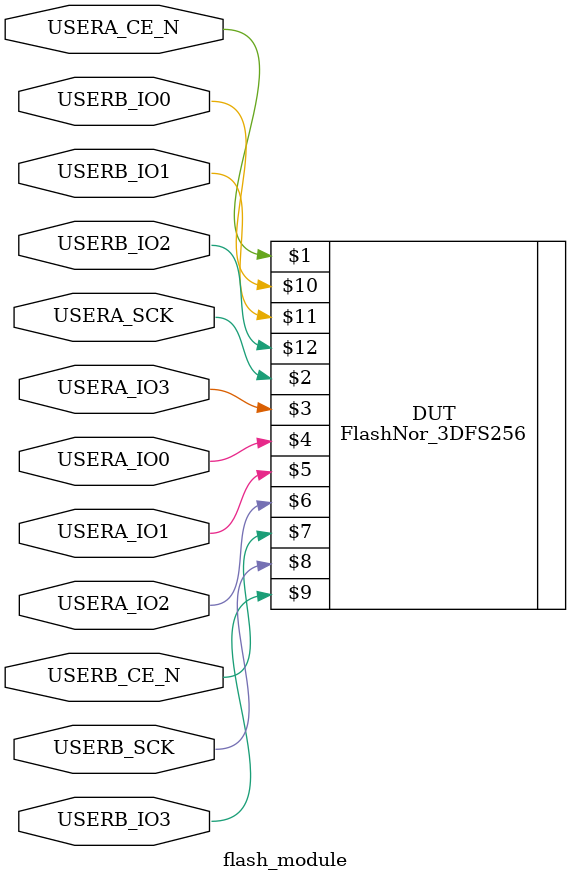
<source format=v>
/*
-----------------------------------------------------------------------------------------------------
-- Company			: Space Applications Centre, ISRO
-- Engineer			: Adhiraj Roy Chowdhury
-- Create Date		: 16:35:00 10/05/2022
-- Target Devices	: FPGA:RT4G150_ES, Controller for 3DFS256M04VS2801 NOR Flash memory
------------------------------------------------------------------------------------------------------ 
*/

module flash_module 
    (
    input USERA_CE_N, 
    input USERA_SCK, 
    inout USERA_IO3,
    inout USERA_IO0, 
    inout USERA_IO1,  
    inout USERA_IO2,
    input USERB_CE_N,
    input USERB_SCK, 
    inout USERB_IO3, 
    inout USERB_IO0, 
    inout USERB_IO1, 
    inout USERB_IO2 	
    ); 

FlashNor_3DFS256 DUT (USERA_CE_N, USERA_SCK, USERA_IO3, USERA_IO0, USERA_IO1, USERA_IO2, USERB_CE_N, USERB_SCK, USERB_IO3, USERB_IO0, USERB_IO1, USERB_IO2);

endmodule
</source>
